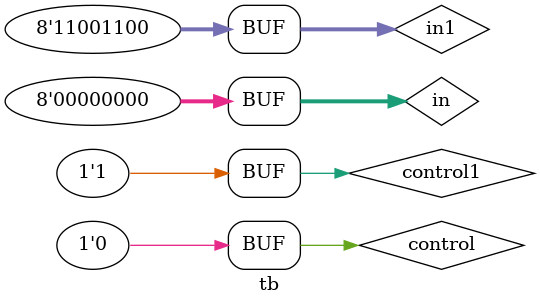
<source format=v>
module tri_gate_8(in,control,out);
	parameter width = 8;
	input [width-1:0] in;
	input control;
	output [width-1:0] out;

assign out = (control == 1'b0)? 8'bzzzz_zzzz : in; 

endmodule
module tb;
	wire [7:0]out;
	reg [7:0]in1,in;
	reg control,control1;

	tri_gate_8 t(in,control,out);
	tri_gate_8 t1(in1,control1,out);
	
initial begin
	in = 8'h01; control = 1'b1;
	in1 = 8'h11; control1 = 1'b0;
#1	 
	in = 8'hff; control = 1'b0;
	in1 = 8'haa; control1 = 1'b1;
#1	 
	in = 8'h00; control = 1'b0;
	in1 = 8'hcc; control1 = 1'b1;
	 
end

endmodule
</source>
